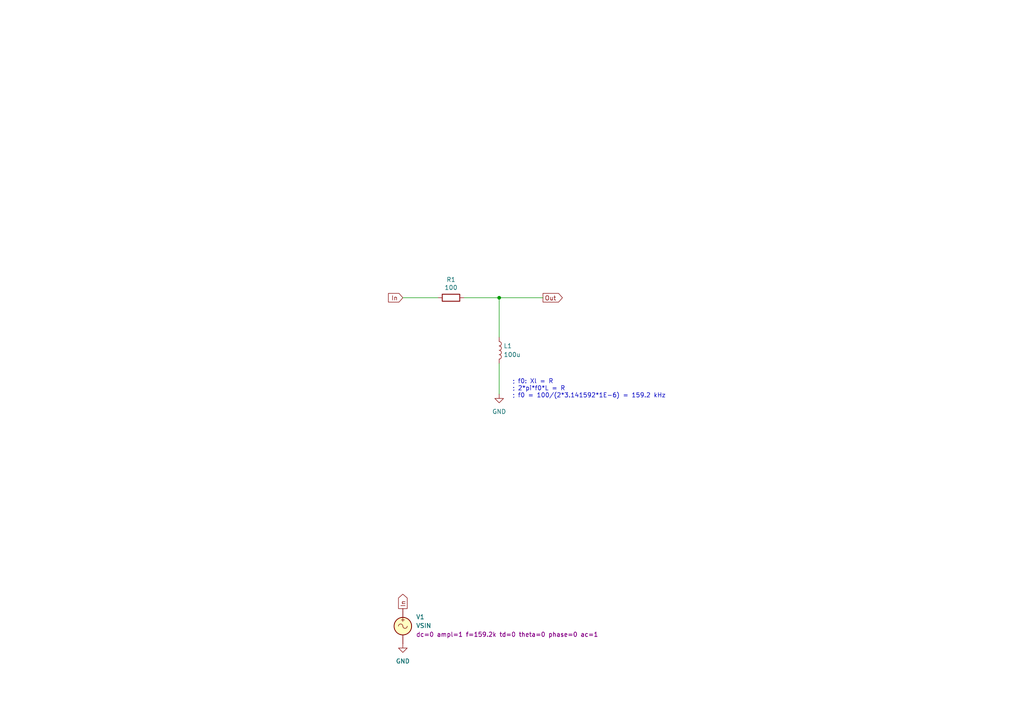
<source format=kicad_sch>
(kicad_sch (version 20231120) (generator "eeschema") (generator_version "8.0")
  (paper "A4")
  (title_block (title "RL Voltage Current") (date "2024-12-15") (company "GitHub/OJStuff"))
  (lib_symbols
    (symbol "Device:L" (pin_numbers hide) (pin_names (offset 1.016) hide)
      (property "Reference" "L" (at -1.27 0 90))
      (property "Value" "L" (at 1.905 0 90))
      (symbol "L_0_1"
        (arc (start 0 -2.54) (mid 0.6323 -1.905) (end 0 -1.27))
        (arc (start 0 -1.27) (mid 0.6323 -0.635) (end 0 0))
        (arc (start 0 0) (mid 0.6323 0.635) (end 0 1.27))
        (arc (start 0 1.27) (mid 0.6323 1.905) (end 0 2.54))
      )
      (symbol "L_1_1"
        (pin passive line (at 0 3.81 270) (length 1.27) (name "1") (number "1"))
        (pin passive line (at 0 -3.81 90) (length 1.27) (name "2") (number "2"))
      )
    )
    (symbol "Device:R" (pin_numbers hide) (pin_names (offset 0))
      (property "Reference" "R" (at 2.032 0 90))
      (property "Value" "R" (at 0 0 90))
      (symbol "R_0_1"
        (rectangle (start -1.016 -2.54) (end 1.016 2.54) (stroke (width 0.254)))
      )
      (symbol "R_1_1"
        (pin passive line (at 0 3.81 270) (length 1.27) (name "~") (number "1"))
        (pin passive line (at 0 -3.81 90) (length 1.27) (name "~") (number "2"))
      )
    )
    (symbol "GND_1" (power) (pin_numbers hide) (pin_names (offset 0) hide)
      (property "Value" "GND" (at 0 -3.81 0))
      (symbol "GND_1_0_1"
        (polyline (pts (xy 0 0) (xy 0 -1.27) (xy 1.27 -1.27) (xy 0 -2.54) (xy -1.27 -1.27) (xy 0 -1.27)))
      )
      (symbol "GND_1_1_1"
        (pin power_in line (at 0 0 270) (length 0) (name "~") (number "1"))
      )
    )
    (symbol "VSIN_1" (pin_numbers hide) (pin_names (offset 0.0254))
      (property "Reference" "V" (at 2.54 2.54 0))
      (property "Value" "VSIN" (at 2.54 0 0))
      (property "Sim.Params" "dc=0 ampl=1 f=1k ac=1" (at 2.54 -2.54 0))
      (symbol "VSIN_1_0_0"
        (arc (start 0 0) (mid -0.635 0.6323) (end -1.27 0))
        (arc (start 0 0) (mid 0.635 -0.6323) (end 1.27 0))
        (text "+" (at 0 1.905 0) (effects (font (size 1.27 1.27))))
      )
      (symbol "VSIN_1_0_1"
        (circle (center 0 0) (radius 2.54) (stroke (width 0.254)) (fill (type background)))
      )
      (symbol "VSIN_1_1_1"
        (pin passive line (at 0 5.08 270) (length 2.54) (name "~") (number "1"))
        (pin passive line (at 0 -5.08 90) (length 2.54) (name "~") (number "2"))
      )
    )
  )
  (junction (at 144.78 86.36))
  (wire (pts (xy 144.78 105.41) (xy 144.78 114.3)))
  (wire (pts (xy 144.78 86.36) (xy 157.48 86.36)))
  (wire (pts (xy 116.84 86.36) (xy 127 86.36)))
  (wire (pts (xy 144.78 86.36) (xy 144.78 97.79)))
  (wire (pts (xy 134.62 86.36) (xy 144.78 86.36)))
  (text "; f0: Xl = R\n; 2*pi*f0*L = R\n; f0 = 100/(2*3.141592*1E-6) = 159.2 kHz" (at 148.59 115.57 0) (effects (font (size 1.27 1.27)) (justify left bottom)))
  (global_label "In" (shape output) (at 116.84 176.53 90) (property "Intersheetrefs" "${INTERSHEET_REFS}" (effects (hide yes))))
  (global_label "In" (shape input) (at 116.84 86.36 180) (property "Intersheetrefs" "${INTERSHEET_REFS}" (effects (hide yes))))
  (global_label "Out" (shape output) (at 157.48 86.36 0) (property "Intersheetrefs" "${INTERSHEET_REFS}" (effects (hide yes))))
  (symbol (lib_id "Device:L") (at 144.78 101.6 0) (unit 1)
    (property "Reference" "L1" (at 146.05 100.33 0) (effects (justify left)))
    (property "Value" "100u" (at 146.05 102.87 0) (effects (justify left)))
  )
  (symbol (lib_name "GND_1") (lib_id "power:GND") (at 144.78 114.3 0) (unit 1)
    (property "Reference" "#PWR02" (effects (hide yes)))
    (property "Value" "GND" (at 144.78 119.38 0))
    (property "Description" "Power symbol creates a global label with name \"GND\" , ground" (effects (hide yes)))
  )
  (symbol (lib_name "GND_1") (lib_id "power:GND") (at 116.84 186.69 0) (unit 1)
    (property "Reference" "#PWR01" (effects (hide yes)))
    (property "Value" "GND" (at 116.84 191.77 0))
    (property "Description" "Power symbol creates a global label with name \"GND\" , ground" (effects (hide yes)))
  )
  (symbol (lib_id "Device:R") (at 130.81 86.36 270) (unit 1)
    (property "Reference" "R1" (at 130.81 81.1022 90))
    (property "Value" "100" (at 130.81 83.4136 90))
  )
  (symbol (lib_name "VSIN_1") (lib_id "Simulation_SPICE:VSIN") (at 116.84 181.61 0) (unit 1)
    (property "Reference" "V1" (at 120.65 178.9401 0) (effects (justify left)))
    (property "Value" "VSIN" (at 120.65 181.4801 0) (effects (justify left)))
    (property "Datasheet" "https://ngspice.sourceforge.io/docs/ngspice-html-manual/manual.xhtml#sec_Independent_Sources_for" (effects (hide yes)))
    (property "Description" "Voltage source, sinusoidal" (effects (hide yes)))
    (property "Sim.Pins" "1=+ 2=-" (effects (hide yes)))
    (property "Sim.Params" "dc=0 ampl=1 f=159.2k td=0 theta=0 phase=0 ac=1" (at 120.65 184.0201 0) (effects (justify left)))
    (property "Sim.Type" "SIN" (effects (hide yes)))
    (property "Sim.Device" "V" (effects (hide yes)))
  )
)
</source>
